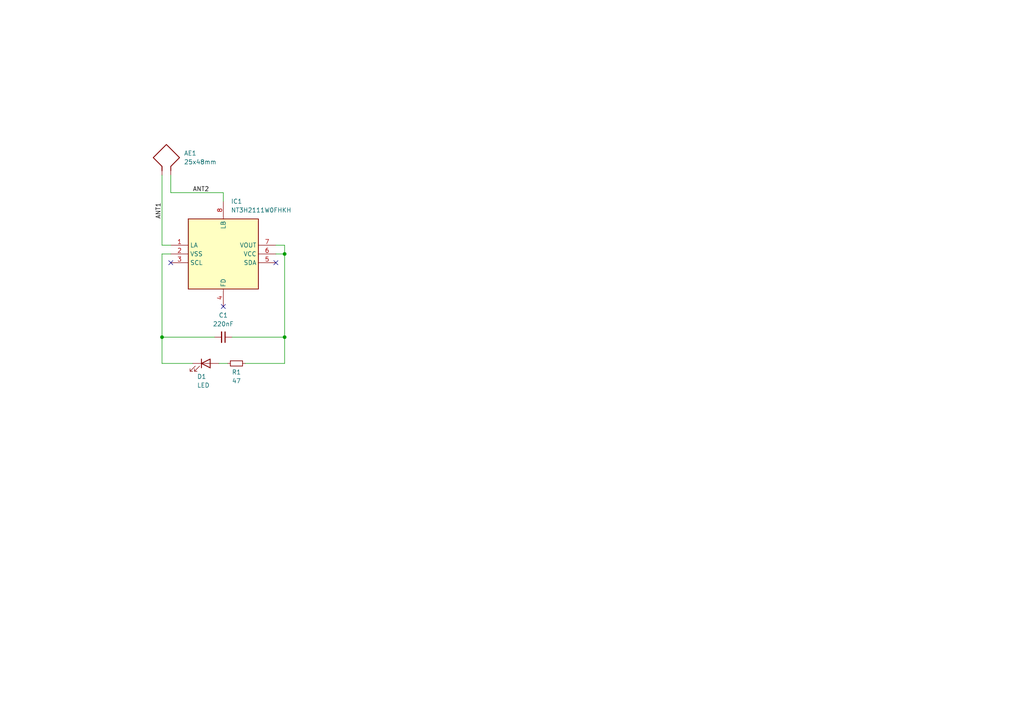
<source format=kicad_sch>
(kicad_sch (version 20231120) (generator "eeschema") (generator_version "8.0")
  (paper "A4")
  (lib_symbols
    (symbol "Device:Antenna_Loop" (pin_numbers hide) (pin_names (offset 1.016) hide)
      (property "Reference" "AE" (at 1.27 6.35 0))
      (property "Value" "Antenna_Loop" (at 1.27 5.08 0))
      (symbol "Antenna_Loop_0_1"
        (polyline (pts (xy 2.54 -3.81) (xy 2.54 -2.54) (xy 5.08 0) (xy 1.27 3.81) (xy -2.54 0) (xy 0 -2.54) (xy 0 -3.81)) (stroke (width 0.254)))
      )
      (symbol "Antenna_Loop_1_1"
        (pin input line (at 0 -5.08 90) (length 2.54) (name "~") (number "1"))
        (pin input line (at 2.54 -5.08 90) (length 2.54) (name "~") (number "2"))
      )
    )
    (symbol "Device:C_Small" (pin_numbers hide) (pin_names (offset 0.254) hide)
      (property "Reference" "C" (at 0.254 1.778 0))
      (property "Value" "C_Small" (at 0.254 -2.032 0))
      (symbol "C_Small_0_1"
        (polyline (pts (xy -1.524 -0.508) (xy 1.524 -0.508)) (stroke (width 0.3302)))
        (polyline (pts (xy -1.524 0.508) (xy 1.524 0.508)) (stroke (width 0.3048)))
      )
      (symbol "C_Small_1_1"
        (pin passive line (at 0 2.54 270) (length 2.032) (name "~") (number "1"))
        (pin passive line (at 0 -2.54 90) (length 2.032) (name "~") (number "2"))
      )
    )
    (symbol "Device:LED" (pin_numbers hide) (pin_names (offset 1.016) hide)
      (property "Reference" "D" (at 0 2.54 0))
      (property "Value" "LED" (at 0 -2.54 0))
      (symbol "LED_0_1"
        (polyline (pts (xy -1.27 -1.27) (xy -1.27 1.27)) (stroke (width 0.254)))
        (polyline (pts (xy -1.27 0) (xy 1.27 0)))
        (polyline (pts (xy 1.27 -1.27) (xy 1.27 1.27) (xy -1.27 0) (xy 1.27 -1.27)) (stroke (width 0.254)))
        (polyline (pts (xy -3.048 -0.762) (xy -4.572 -2.286) (xy -3.81 -2.286) (xy -4.572 -2.286) (xy -4.572 -1.524)))
        (polyline (pts (xy -1.778 -0.762) (xy -3.302 -2.286) (xy -2.54 -2.286) (xy -3.302 -2.286) (xy -3.302 -1.524)))
      )
      (symbol "LED_1_1"
        (pin passive line (at -3.81 0 0) (length 2.54) (name "K") (number "1"))
        (pin passive line (at 3.81 0 180) (length 2.54) (name "A") (number "2"))
      )
    )
    (symbol "Device:R_Small" (pin_numbers hide) (pin_names (offset 0.254) hide)
      (property "Reference" "R" (at 0.762 0.508 0))
      (property "Value" "R_Small" (at 0.762 -1.016 0))
      (symbol "R_Small_0_1"
        (rectangle (start -0.762 1.778) (end 0.762 -1.778) (stroke (width 0.2032)))
      )
      (symbol "R_Small_1_1"
        (pin passive line (at 0 2.54 270) (length 0.762) (name "~") (number "1"))
        (pin passive line (at 0 -2.54 90) (length 0.762) (name "~") (number "2"))
      )
    )
    (symbol "NT3H2111W0FHKH:NT3H2111W0FHKH"
      (property "Reference" "IC" (at 26.67 12.7 0))
      (property "Value" "NT3H2111W0FHKH" (at 26.67 10.16 0))
      (symbol "NT3H2111W0FHKH_1_1"
        (rectangle (start 5.08 7.62) (end 25.4 -12.7) (stroke (width 0.254)) (fill (type background)))
        (pin passive line (at 0 0 0) (length 5.08) (name "LA") (number "1"))
        (pin passive line (at 0 -2.54 0) (length 5.08) (name "VSS") (number "2"))
        (pin passive line (at 0 -5.08 0) (length 5.08) (name "SCL") (number "3"))
        (pin passive line (at 15.24 -17.78 90) (length 5.08) (name "FD") (number "4"))
        (pin passive line (at 30.48 -5.08 180) (length 5.08) (name "SDA") (number "5"))
        (pin passive line (at 30.48 -2.54 180) (length 5.08) (name "VCC") (number "6"))
        (pin passive line (at 30.48 0 180) (length 5.08) (name "VOUT") (number "7"))
        (pin passive line (at 15.24 12.7 270) (length 5.08) (name "LB") (number "8"))
      )
    )
  )
  (junction (at 82.55 73.66))
  (junction (at 46.99 97.79))
  (junction (at 82.55 97.79))
  (no_connect (at 80.01 76.2))
  (no_connect (at 64.77 88.9))
  (no_connect (at 49.53 76.2))
  (wire (pts (xy 64.77 55.88) (xy 64.77 58.42)))
  (wire (pts (xy 82.55 73.66) (xy 82.55 97.79)))
  (wire (pts (xy 49.53 50.8) (xy 49.53 55.88)))
  (wire (pts (xy 46.99 105.41) (xy 46.99 97.79)))
  (wire (pts (xy 80.01 71.12) (xy 82.55 71.12)))
  (wire (pts (xy 49.53 71.12) (xy 46.99 71.12)))
  (wire (pts (xy 63.5 105.41) (xy 66.04 105.41)))
  (wire (pts (xy 49.53 55.88) (xy 64.77 55.88)))
  (wire (pts (xy 46.99 97.79) (xy 46.99 73.66)))
  (wire (pts (xy 46.99 50.8) (xy 46.99 71.12)))
  (wire (pts (xy 82.55 105.41) (xy 82.55 97.79)))
  (wire (pts (xy 55.88 105.41) (xy 46.99 105.41)))
  (wire (pts (xy 46.99 73.66) (xy 49.53 73.66)))
  (wire (pts (xy 80.01 73.66) (xy 82.55 73.66)))
  (wire (pts (xy 71.12 105.41) (xy 82.55 105.41)))
  (wire (pts (xy 82.55 73.66) (xy 82.55 71.12)))
  (wire (pts (xy 82.55 97.79) (xy 67.31 97.79)))
  (wire (pts (xy 62.23 97.79) (xy 46.99 97.79)))
  (label "ANT1" (at 46.99 63.5 90))
  (label "ANT2" (at 55.88 55.88 0))
  (symbol (lib_id "Device:R_Small") (at 68.58 105.41 270) (mirror x) (unit 1)
    (property "Reference" "R1" (at 68.58 107.95 90))
    (property "Value" "47" (at 68.58 110.49 90))
    (property "Footprint" "Resistor_SMD:R_0402_1005Metric" (effects (hide yes)))
    (property "Description" "Resistor, small symbol" (effects (hide yes)))
  )
  (symbol (lib_id "Device:C_Small") (at 64.77 97.79 270) (unit 1)
    (property "Reference" "C1" (at 64.7636 91.44 90))
    (property "Value" "220nF" (at 64.7636 93.98 90))
    (property "Footprint" "Capacitor_SMD:C_0402_1005Metric" (effects (hide yes)))
    (property "Description" "Unpolarized capacitor, small symbol" (effects (hide yes)))
  )
  (symbol (lib_id "Device:Antenna_Loop") (at 46.99 45.72 0) (unit 1)
    (property "Reference" "AE1" (at 53.34 44.4499 0) (effects (justify left)))
    (property "Value" "25x48mm" (at 53.34 46.9899 0) (effects (justify left)))
    (property "Footprint" "NFC:Antenna_25x48mm" (effects (hide yes)))
    (property "Description" "Loop antenna" (effects (hide yes)))
  )
  (symbol (lib_id "Device:LED") (at 59.69 105.41 0) (unit 1)
    (property "Reference" "D1" (at 57.15 109.22 0) (effects (justify left)))
    (property "Value" "LED" (at 57.15 111.76 0) (effects (justify left)))
    (property "Footprint" "LED_SMD:LED_0805_2012Metric" (effects (hide yes)))
    (property "Description" "Light emitting diode" (effects (hide yes)))
  )
  (symbol (lib_id "NT3H2111W0FHKH:NT3H2111W0FHKH") (at 49.53 71.12 0) (unit 1)
    (property "Reference" "IC1" (at 66.9641 58.42 0) (effects (justify left)))
    (property "Value" "NT3H2111W0FHKH" (at 66.9641 60.96 0) (effects (justify left)))
    (property "Footprint" "NT3H2111W0FHKH:QFN50P160X160X50-8N" (effects (hide yes)))
    (property "Datasheet" "http://www.nxp.com/docs/en/data-sheet/NT3H2111_2211.pdf" (effects (hide yes)))
    (property "Description" "RFID Transponders BL SECURE MOBILE TRANSACTIONS" (effects (hide yes)))
    (property "Height" "0.5" (effects (hide yes)))
    (property "Mouser Part Number" "771-NT3H2111W0FHKH" (effects (hide yes)))
    (property "Mouser Price/Stock" "https://www.mouser.co.uk/ProductDetail/NXP-Semiconductors/NT3H2111W0FHKH?qs=5ptrxOxu%252BRZMzi3WKYp3lA%3D%3D" (effects (hide yes)))
    (property "Manufacturer_Name" "NXP" (effects (hide yes)))
    (property "Manufacturer_Part_Number" "NT3H2111W0FHKH" (effects (hide yes)))
  )
)
</source>
